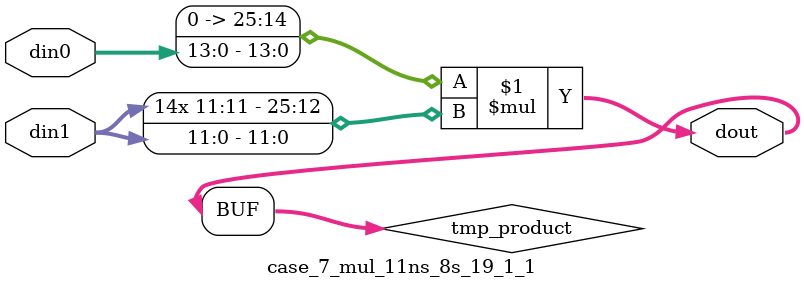
<source format=v>

`timescale 1 ns / 1 ps

 (* use_dsp = "no" *)  module case_7_mul_11ns_8s_19_1_1(din0, din1, dout);
parameter ID = 1;
parameter NUM_STAGE = 0;
parameter din0_WIDTH = 14;
parameter din1_WIDTH = 12;
parameter dout_WIDTH = 26;

input [din0_WIDTH - 1 : 0] din0; 
input [din1_WIDTH - 1 : 0] din1; 
output [dout_WIDTH - 1 : 0] dout;

wire signed [dout_WIDTH - 1 : 0] tmp_product;

























assign tmp_product = $signed({1'b0, din0}) * $signed(din1);










assign dout = tmp_product;





















endmodule

</source>
